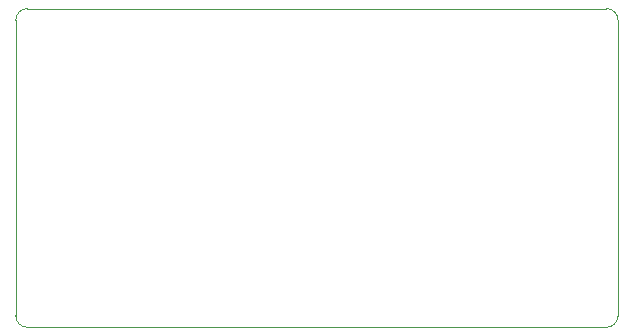
<source format=gbr>
%TF.GenerationSoftware,KiCad,Pcbnew,7.0.8*%
%TF.CreationDate,2024-01-29T14:11:28+05:30*%
%TF.ProjectId,stm32_ble,73746d33-325f-4626-9c65-2e6b69636164,Version : 1*%
%TF.SameCoordinates,PX6eac850PY632ea00*%
%TF.FileFunction,Profile,NP*%
%FSLAX46Y46*%
G04 Gerber Fmt 4.6, Leading zero omitted, Abs format (unit mm)*
G04 Created by KiCad (PCBNEW 7.0.8) date 2024-01-29 14:11:28*
%MOMM*%
%LPD*%
G01*
G04 APERTURE LIST*
%TA.AperFunction,Profile*%
%ADD10C,0.100000*%
%TD*%
G04 APERTURE END LIST*
D10*
X-180000Y1330000D02*
G75*
G03*
X820000Y330000I1000000J0D01*
G01*
X-180000Y1330000D02*
X-180000Y26330000D01*
X50820000Y26330000D02*
X50820000Y1330000D01*
X30820000Y27330000D02*
X49820000Y27330000D01*
X50820000Y26330000D02*
G75*
G03*
X49820000Y27330000I-1000000J0D01*
G01*
X49820000Y330000D02*
G75*
G03*
X50820000Y1330000I0J1000000D01*
G01*
X820000Y27330000D02*
X30820000Y27330000D01*
X820000Y27330000D02*
G75*
G03*
X-180000Y26330000I0J-1000000D01*
G01*
X49820000Y330000D02*
X820000Y330000D01*
M02*

</source>
